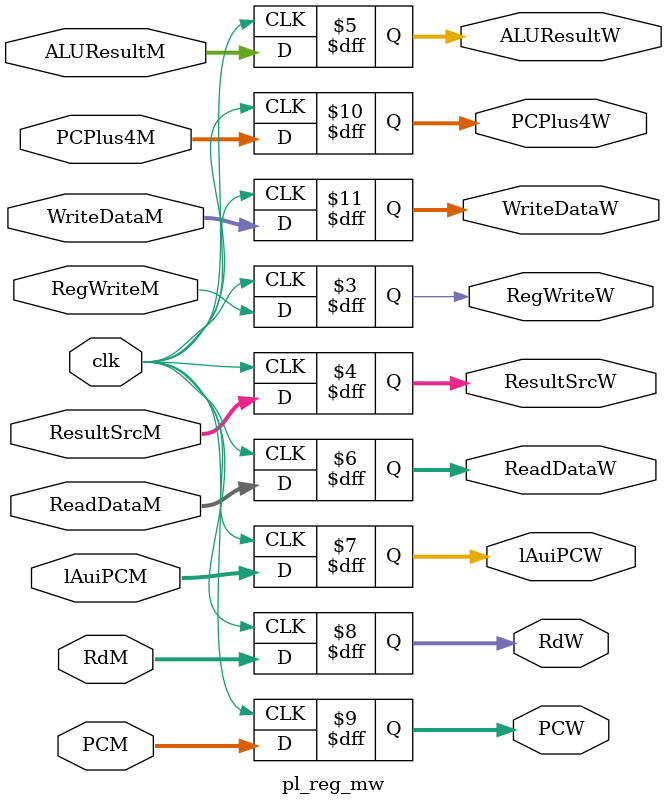
<source format=v>


module pl_reg_mw (
    input             clk,
	 
	 input				 RegWriteM, 
	 input		[ 1:0] ResultSrcM,
	 
	 input      [31:0] ALUResultM, ReadDataM, lAuiPCM,
	 input		[ 4:0] RdM,
	 input		[31:0] PCM, PCPlus4M, WriteDataM,

	 output	reg		  RegWriteW, 
	 output	reg [ 1:0] ResultSrcW,
	 
	 output reg [31:0] ALUResultW, ReadDataW, lAuiPCW,
	 output reg [ 4:0] RdW,
	 output reg [31:0] PCW, PCPlus4W, WriteDataW
);

initial begin
	 RegWriteW = 0; ResultSrcW = 0; ALUResultW = 0; ReadDataW = 0; RdW = 0; PCPlus4W = 0; PCW = 0; lAuiPCW = 0; WriteDataW = 0;
end

always @(posedge clk) begin
	 RegWriteW <= RegWriteM; 
	 ResultSrcW <= ResultSrcM; 
	 ALUResultW <= ALUResultM; 
	 ReadDataW <= ReadDataM; 
	 RdW <= RdM; 
	 PCW <= PCM;
	 PCPlus4W <= PCPlus4M;
	 lAuiPCW <= lAuiPCM;
	 WriteDataW <= WriteDataM;
end

endmodule


</source>
